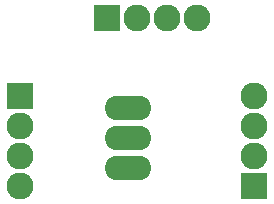
<source format=gbs>
G04 #@! TF.FileFunction,Soldermask,Bot*
%FSLAX46Y46*%
G04 Gerber Fmt 4.6, Leading zero omitted, Abs format (unit mm)*
G04 Created by KiCad (PCBNEW 4.0.6) date Friday, March 31, 2017 'PMt' 06:41:41 PM*
%MOMM*%
%LPD*%
G01*
G04 APERTURE LIST*
%ADD10C,0.100000*%
%ADD11C,2.279600*%
%ADD12R,2.279600X2.279600*%
%ADD13O,3.900120X2.099260*%
G04 APERTURE END LIST*
D10*
D11*
X158496000Y-110744000D03*
D12*
X158496000Y-113284000D03*
D11*
X158496000Y-105664000D03*
X158496000Y-108204000D03*
X138684000Y-108204000D03*
D12*
X138684000Y-105664000D03*
D11*
X138684000Y-113284000D03*
X138684000Y-110744000D03*
D13*
X147828000Y-109220000D03*
X147828000Y-106680000D03*
X147828000Y-111760000D03*
D11*
X148590000Y-99060000D03*
D12*
X146050000Y-99060000D03*
D11*
X153670000Y-99060000D03*
X151130000Y-99060000D03*
M02*

</source>
